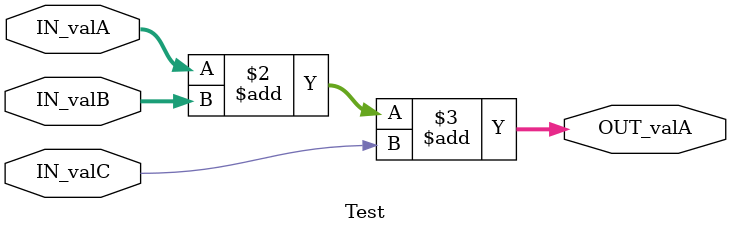
<source format=sv>
module Test#(parameter N = 16)
(
  input logic[N-1:0] IN_valA,
  input logic[N-1:0] IN_valB,
  input logic IN_valC,
  output logic[N-1:0] OUT_valA
);

always_comb begin
  OUT_valA = IN_valA + IN_valB + IN_valC;
end

endmodule

</source>
